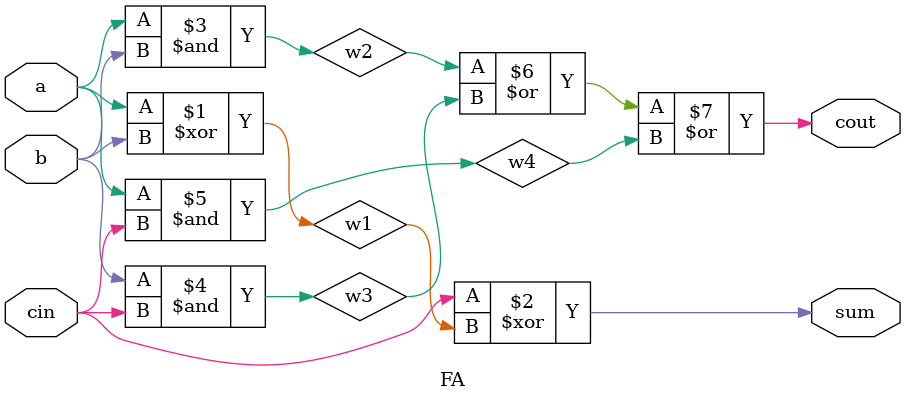
<source format=v>
module top_module (
    input [3:0] x,
    input [3:0] y, 
    output [4:0] sum);
    wire [3:0]cout;
    
    FA FA1(x[0],y[0],0,cout[0],sum[0]);
    FA FA2(x[1],y[1],cout[0],cout[1],sum[1]);
    FA FA3(x[2],y[2],cout[1],cout[2],sum[2]);
    FA FA4(x[3],y[3],cout[2],sum[4],sum[3]);
endmodule

module FA( 
    input a, b, cin,
    output cout, sum );
    wire w1,w2,w3, w4;
    xor (w1, a,b);
    xor (sum, cin, w1);
    
    and (w2, a,b);
    and (w3, b,cin);
    and (w4, a,cin);
    or (cout, w2,w3,w4);
endmodule

</source>
